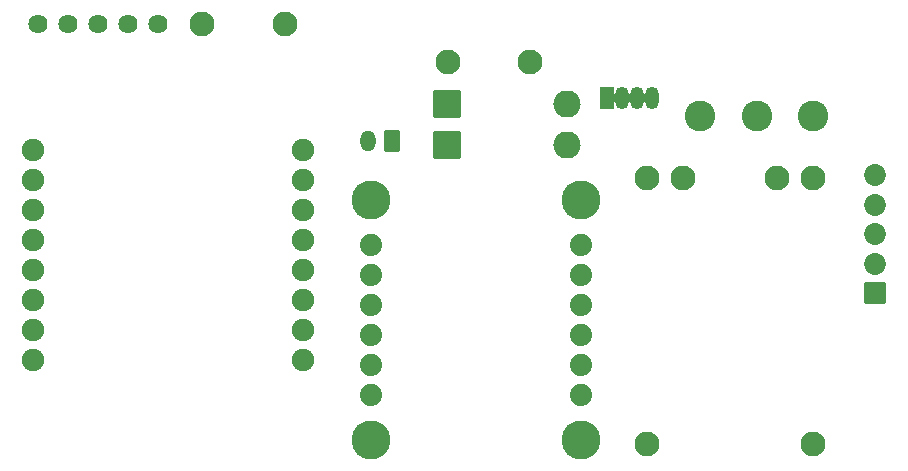
<source format=gbs>
%TF.GenerationSoftware,KiCad,Pcbnew,(6.0.11)*%
%TF.CreationDate,2023-02-26T00:32:28-05:00*%
%TF.ProjectId,IMU-pcb,494d552d-7063-4622-9e6b-696361645f70,rev?*%
%TF.SameCoordinates,Original*%
%TF.FileFunction,Soldermask,Bot*%
%TF.FilePolarity,Negative*%
%FSLAX46Y46*%
G04 Gerber Fmt 4.6, Leading zero omitted, Abs format (unit mm)*
G04 Created by KiCad (PCBNEW (6.0.11)) date 2023-02-26 00:32:28*
%MOMM*%
%LPD*%
G01*
G04 APERTURE LIST*
G04 Aperture macros list*
%AMRoundRect*
0 Rectangle with rounded corners*
0 $1 Rounding radius*
0 $2 $3 $4 $5 $6 $7 $8 $9 X,Y pos of 4 corners*
0 Add a 4 corners polygon primitive as box body*
4,1,4,$2,$3,$4,$5,$6,$7,$8,$9,$2,$3,0*
0 Add four circle primitives for the rounded corners*
1,1,$1+$1,$2,$3*
1,1,$1+$1,$4,$5*
1,1,$1+$1,$6,$7*
1,1,$1+$1,$8,$9*
0 Add four rect primitives between the rounded corners*
20,1,$1+$1,$2,$3,$4,$5,0*
20,1,$1+$1,$4,$5,$6,$7,0*
20,1,$1+$1,$6,$7,$8,$9,0*
20,1,$1+$1,$8,$9,$2,$3,0*%
G04 Aperture macros list end*
%ADD10RoundRect,0.050800X0.600000X0.850000X-0.600000X0.850000X-0.600000X-0.850000X0.600000X-0.850000X0*%
%ADD11O,1.301600X1.801600*%
%ADD12C,2.101600*%
%ADD13RoundRect,0.050800X-0.535000X-0.900000X0.535000X-0.900000X0.535000X0.900000X-0.535000X0.900000X0*%
%ADD14O,1.171600X1.901600*%
%ADD15C,1.901600*%
%ADD16C,1.879600*%
%ADD17C,3.301600*%
%ADD18C,1.625600*%
%ADD19C,2.601600*%
%ADD20RoundRect,0.050800X0.875000X-0.875000X0.875000X0.875000X-0.875000X0.875000X-0.875000X-0.875000X0*%
%ADD21C,1.851600*%
%ADD22RoundRect,0.050800X-1.100000X-1.100000X1.100000X-1.100000X1.100000X1.100000X-1.100000X1.100000X0*%
%ADD23O,2.301600X2.301600*%
G04 APERTURE END LIST*
D10*
%TO.C,J2*%
X142850000Y-81600000D03*
D11*
X140850000Y-81600000D03*
%TD*%
D12*
%TO.C,R2*%
X154600000Y-74900000D03*
X147600000Y-74900000D03*
%TD*%
%TO.C,R1*%
X133800000Y-71700000D03*
X126800000Y-71700000D03*
%TD*%
D13*
%TO.C,D3*%
X161100000Y-78000000D03*
D14*
X162370000Y-78000000D03*
X163640000Y-78000000D03*
X164910000Y-78000000D03*
%TD*%
D15*
%TO.C,U2*%
X112471012Y-82351012D03*
X112471012Y-84891012D03*
X112471012Y-87431012D03*
X112471012Y-89971012D03*
X112471012Y-92511012D03*
X112471012Y-95051012D03*
X112471012Y-97591012D03*
X112471012Y-100131012D03*
X135331012Y-100131012D03*
X135331012Y-97591012D03*
X135331012Y-95051012D03*
X135331012Y-92511012D03*
X135331012Y-89971012D03*
X135331012Y-87431012D03*
X135331012Y-84891012D03*
X135331012Y-82351012D03*
%TD*%
D16*
%TO.C,U3*%
X141110000Y-90450000D03*
X141110000Y-92990000D03*
X141110000Y-95530000D03*
X141110000Y-98070000D03*
X141110000Y-100610000D03*
X141110000Y-103150000D03*
X158890000Y-90450000D03*
X158890000Y-92990000D03*
X158890000Y-95530000D03*
X158890000Y-98070000D03*
X158890000Y-100610000D03*
X158890000Y-103150000D03*
D17*
X158890000Y-86640000D03*
X158890000Y-106960000D03*
X141110000Y-86640000D03*
X141110000Y-106960000D03*
%TD*%
D18*
%TO.C,J1*%
X112880000Y-71700000D03*
X115420000Y-71700000D03*
X117960000Y-71700000D03*
X120500000Y-71700000D03*
X123040000Y-71700000D03*
%TD*%
D19*
%TO.C,S1*%
X168950000Y-79500000D03*
X173750000Y-79500000D03*
X178550000Y-79500000D03*
%TD*%
D20*
%TO.C,J3*%
X183800000Y-94500000D03*
D21*
X183800000Y-92000000D03*
X183800000Y-89500000D03*
X183800000Y-87000000D03*
X183800000Y-84500000D03*
%TD*%
D22*
%TO.C,D2*%
X147520000Y-78500000D03*
D23*
X157680000Y-78500000D03*
%TD*%
D12*
%TO.C,U1*%
X164500000Y-84750000D03*
X167500000Y-84750000D03*
X175500000Y-84750000D03*
X178500000Y-84750000D03*
X164500000Y-107250000D03*
X178500000Y-107250000D03*
%TD*%
D22*
%TO.C,D1*%
X147520000Y-82000000D03*
D23*
X157680000Y-82000000D03*
%TD*%
G36*
X163070145Y-77523088D02*
G01*
X163070729Y-77524778D01*
X163056200Y-77635132D01*
X163056200Y-78364868D01*
X163057049Y-78371313D01*
X163056284Y-78373161D01*
X163054301Y-78373422D01*
X163053329Y-78372565D01*
X163035059Y-78340537D01*
X162999377Y-78330775D01*
X162967150Y-78349157D01*
X162957013Y-78375984D01*
X162953179Y-78436940D01*
X162953120Y-78437311D01*
X162943191Y-78475980D01*
X162941792Y-78477409D01*
X162939855Y-78476912D01*
X162939271Y-78475222D01*
X162953800Y-78364868D01*
X162953800Y-77635132D01*
X162952951Y-77628687D01*
X162953716Y-77626839D01*
X162955699Y-77626578D01*
X162956671Y-77627435D01*
X162974941Y-77659463D01*
X163010623Y-77669225D01*
X163042850Y-77650843D01*
X163052987Y-77624016D01*
X163056821Y-77563060D01*
X163056880Y-77562689D01*
X163066809Y-77524020D01*
X163068208Y-77522591D01*
X163070145Y-77523088D01*
G37*
G36*
X164340145Y-77523088D02*
G01*
X164340729Y-77524778D01*
X164326200Y-77635132D01*
X164326200Y-78364868D01*
X164327049Y-78371313D01*
X164326284Y-78373161D01*
X164324301Y-78373422D01*
X164323329Y-78372565D01*
X164305059Y-78340537D01*
X164269377Y-78330775D01*
X164237150Y-78349157D01*
X164227013Y-78375984D01*
X164223179Y-78436940D01*
X164223120Y-78437311D01*
X164213191Y-78475980D01*
X164211792Y-78477409D01*
X164209855Y-78476912D01*
X164209271Y-78475222D01*
X164223800Y-78364868D01*
X164223800Y-77635132D01*
X164222951Y-77628687D01*
X164223716Y-77626839D01*
X164225699Y-77626578D01*
X164226671Y-77627435D01*
X164244941Y-77659463D01*
X164280623Y-77669225D01*
X164312850Y-77650843D01*
X164322987Y-77624016D01*
X164326821Y-77563060D01*
X164326880Y-77562689D01*
X164336809Y-77524020D01*
X164338208Y-77522591D01*
X164340145Y-77523088D01*
G37*
G36*
X161800145Y-77523088D02*
G01*
X161800729Y-77524778D01*
X161786200Y-77635132D01*
X161786200Y-78364868D01*
X161787959Y-78378229D01*
X161787194Y-78380077D01*
X161785211Y-78380338D01*
X161784239Y-78379481D01*
X161765923Y-78347371D01*
X161730241Y-78337609D01*
X161698044Y-78355974D01*
X161687692Y-78386210D01*
X161686185Y-78387525D01*
X161684293Y-78386877D01*
X161683800Y-78385562D01*
X161683800Y-77593716D01*
X161684800Y-77591984D01*
X161686800Y-77591984D01*
X161687648Y-77592951D01*
X161702121Y-77627891D01*
X161736298Y-77642048D01*
X161770509Y-77627877D01*
X161784724Y-77596394D01*
X161786821Y-77563060D01*
X161786880Y-77562689D01*
X161796809Y-77524020D01*
X161798208Y-77522591D01*
X161800145Y-77523088D01*
G37*
M02*

</source>
